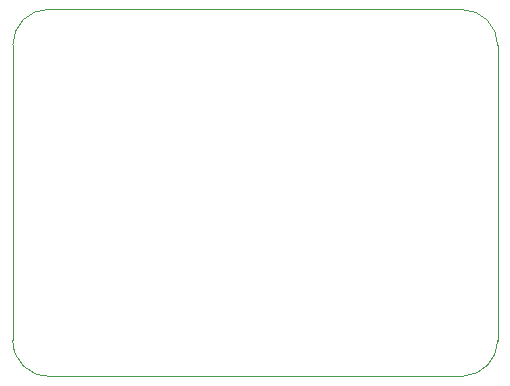
<source format=gbr>
%TF.GenerationSoftware,KiCad,Pcbnew,(6.0.0)*%
%TF.CreationDate,2024-12-16T18:31:45-06:00*%
%TF.ProjectId,UDEMY_STM32_Course,5544454d-595f-4535-944d-33325f436f75,rev?*%
%TF.SameCoordinates,Original*%
%TF.FileFunction,Profile,NP*%
%FSLAX46Y46*%
G04 Gerber Fmt 4.6, Leading zero omitted, Abs format (unit mm)*
G04 Created by KiCad (PCBNEW (6.0.0)) date 2024-12-16 18:31:45*
%MOMM*%
%LPD*%
G01*
G04 APERTURE LIST*
%TA.AperFunction,Profile*%
%ADD10C,0.100000*%
%TD*%
G04 APERTURE END LIST*
D10*
X78950000Y-85000001D02*
G75*
G03*
X81849999Y-82000000I-153525J3050074D01*
G01*
X81850000Y-57000000D02*
G75*
G03*
X78800000Y-53950000I-3050000J0D01*
G01*
X40793941Y-81939879D02*
G75*
G03*
X43950000Y-85000000I3003345J-60060D01*
G01*
X43800000Y-53949999D02*
G75*
G03*
X40793942Y-56939879I-703J-3005395D01*
G01*
X43950000Y-85000000D02*
X78950000Y-85000000D01*
X40793942Y-56939879D02*
X40793942Y-81939879D01*
X78800000Y-53950000D02*
X43800000Y-53950000D01*
X81850000Y-82000000D02*
X81850000Y-57000000D01*
M02*

</source>
